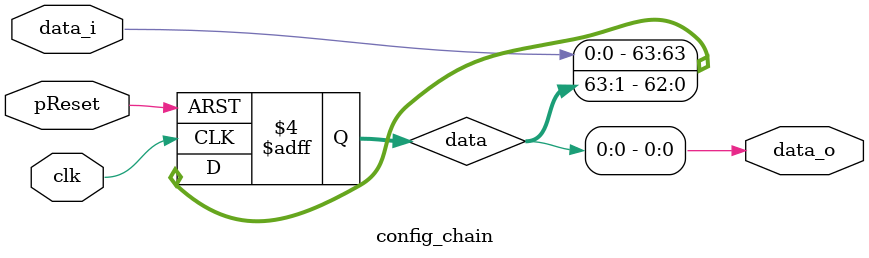
<source format=v>



module config_chain #(
    parameter SC_LENGTH   = 64
)(
    input  clk,
    input  pReset,
    input  data_i,
    output data_o
);


reg [SC_LENGTH-1:0] data = 0;
    
always @ (posedge clk or negedge pReset)
    begin
        if(!pReset)
            data = 0;
        else
            data = {data_i, data[SC_LENGTH-1:1]};
    end

    assign data_o = data[0];
    
endmodule



</source>
